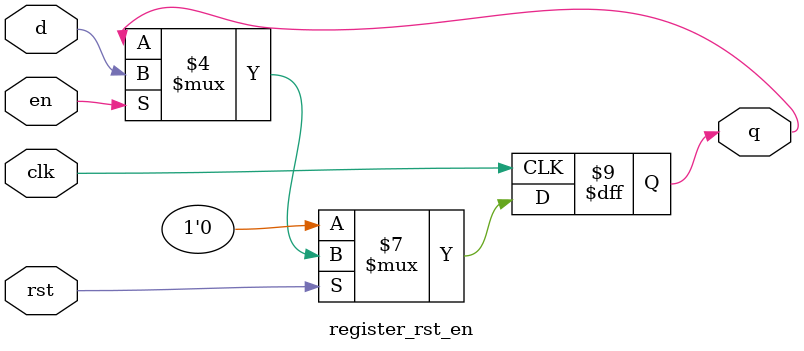
<source format=v>

module register #(
  parameter N = 1
) (
  input clk,
  input [N-1:0] d,
  output reg [N-1:0] q
);
  initial q = {N{1'b0}};
  always @(posedge clk)
    q <= d;
endmodule

module register_rst #(
  parameter N = 1,
  parameter INIT = {N{1'b0}}
) (
  input clk,
  input rst,
  input [N-1:0] d,
  output reg [N-1:0] q
);
  initial q = INIT;
  always @(posedge clk)
    if (!rst) q <= INIT;
    else q <= d;
endmodule

module register_rst_en #(
  parameter N = 1,
  parameter INIT = {N{1'b0}}
) (
  input clk,
  input rst,
  input en,
  input [N-1:0] d,
  output reg [N-1:0] q
);
  initial q = INIT;
  always @(posedge clk)
    if (!rst) q <= INIT;
    else if (en) q <= d;
endmodule

</source>
